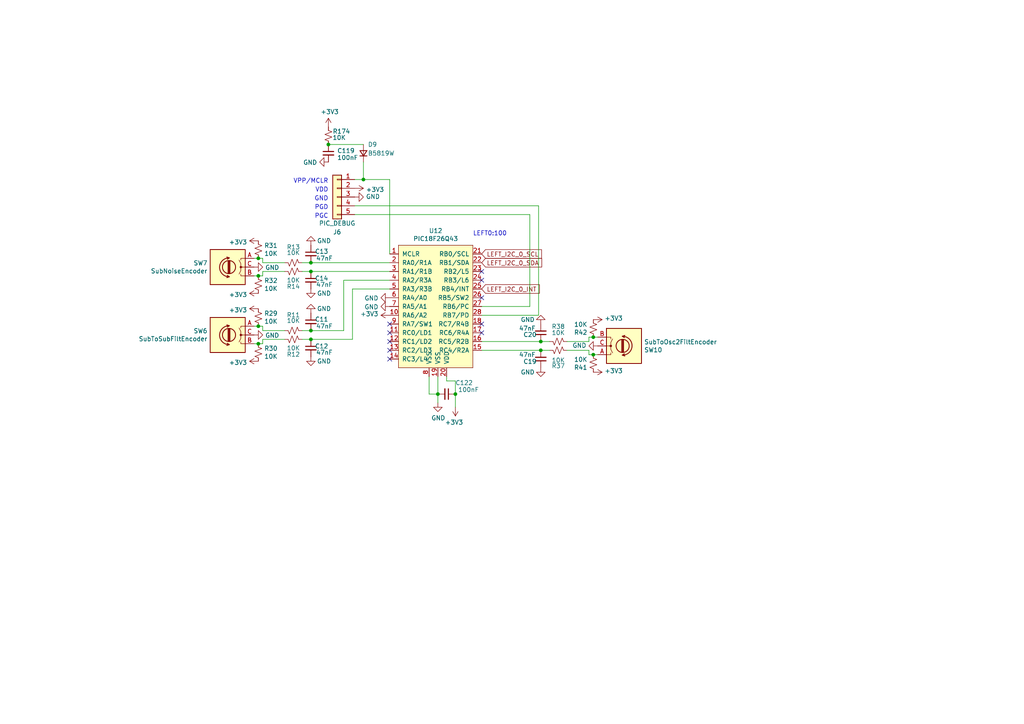
<source format=kicad_sch>
(kicad_sch (version 20210621) (generator eeschema)
  (paper "A4")
  (lib_symbols
    (symbol "Connector_Generic:Conn_01x05" (pin_names (offset 1.016) hide)
      (property "Reference" "J" (at 0 7.62 0))
      (property "Value" "Conn_01x05" (at 0 -7.62 0))
      (symbol "Conn_01x05_1_1"
        (rectangle (start -1.27 -4.953) (end 0 -5.207) (stroke (width 0.1524)))
        (rectangle (start -1.27 -2.413) (end 0 -2.667) (stroke (width 0.1524)))
        (rectangle (start -1.27 0.127) (end 0 -0.127) (stroke (width 0.1524)))
        (rectangle (start -1.27 2.667) (end 0 2.413) (stroke (width 0.1524)))
        (rectangle (start -1.27 5.207) (end 0 4.953) (stroke (width 0.1524)))
        (rectangle (start -1.27 6.35) (end 1.27 -6.35) (stroke (width 0.254)) (fill (type background)))
        (pin passive line (at -5.08 5.08 0) (length 3.81) (name "Pin_1") (number "1"))
        (pin passive line (at -5.08 2.54 0) (length 3.81) (name "Pin_2") (number "2"))
        (pin passive line (at -5.08 0 0) (length 3.81) (name "Pin_3") (number "3"))
        (pin passive line (at -5.08 -2.54 0) (length 3.81) (name "Pin_4") (number "4"))
        (pin passive line (at -5.08 -5.08 0) (length 3.81) (name "Pin_5") (number "5"))
      )
    )
    (symbol "Device:C_Small" (pin_numbers hide) (pin_names (offset 0.254) hide)
      (property "Reference" "C" (at 0.254 1.778 0))
      (property "Value" "C_Small" (at 0.254 -2.032 0))
      (symbol "C_Small_0_1"
        (polyline (pts (xy -1.524 -0.508) (xy 1.524 -0.508)) (stroke (width 0.3302)))
        (polyline (pts (xy -1.524 0.508) (xy 1.524 0.508)) (stroke (width 0.3048)))
      )
      (symbol "C_Small_1_1"
        (pin passive line (at 0 2.54 270) (length 2.032) (name "~") (number "1"))
        (pin passive line (at 0 -2.54 90) (length 2.032) (name "~") (number "2"))
      )
    )
    (symbol "Device:D_Small" (pin_numbers hide) (pin_names (offset 0.254) hide)
      (property "Reference" "D" (at -1.27 2.032 0))
      (property "Value" "D_Small" (at -3.81 -2.032 0))
      (symbol "D_Small_0_1"
        (polyline (pts (xy -0.762 -1.016) (xy -0.762 1.016)) (stroke (width 0.254)))
        (polyline (pts (xy -0.762 0) (xy 0.762 0)))
        (polyline (pts (xy 0.762 -1.016) (xy -0.762 0) (xy 0.762 1.016) (xy 0.762 -1.016)) (stroke (width 0.254)))
      )
      (symbol "D_Small_1_1"
        (pin passive line (at -2.54 0 0) (length 1.778) (name "K") (number "1"))
        (pin passive line (at 2.54 0 180) (length 1.778) (name "A") (number "2"))
      )
    )
    (symbol "Device:R_Small_US" (pin_numbers hide) (pin_names (offset 0.254) hide)
      (property "Reference" "R" (at 0.762 0.508 0))
      (property "Value" "R_Small_US" (at 0.762 -1.016 0))
      (symbol "R_Small_US_1_1"
        (polyline (pts (xy 0 0) (xy 1.016 -0.381) (xy 0 -0.762) (xy -1.016 -1.143) (xy 0 -1.524)))
        (polyline (pts (xy 0 1.524) (xy 1.016 1.143) (xy 0 0.762) (xy -1.016 0.381) (xy 0 0)))
        (pin passive line (at 0 2.54 270) (length 1.016) (name "~") (number "1"))
        (pin passive line (at 0 -2.54 90) (length 1.016) (name "~") (number "2"))
      )
    )
    (symbol "Device:RotaryEncoder" (pin_names (offset 0.254) hide)
      (property "Reference" "SW" (at 0 6.604 0))
      (property "Value" "RotaryEncoder" (at 0 -6.604 0))
      (symbol "RotaryEncoder_0_1"
        (arc (start -0.381 -2.794) (end -0.381 2.667) (radius (at -0.381 -0.0508) (length 2.7432) (angles -89.9 89.9)) (stroke (width 0.254)))
        (circle (center -0.381 0) (radius 1.905) (stroke (width 0.254)))
        (circle (center -3.81 0) (radius 0.254) (fill (type outline)))
        (rectangle (start -5.08 5.08) (end 5.08 -5.08) (stroke (width 0.254)) (fill (type background)))
        (polyline (pts (xy -0.635 -1.778) (xy -0.635 1.778)) (stroke (width 0.254)))
        (polyline (pts (xy -0.381 -1.778) (xy -0.381 1.778)) (stroke (width 0.254)))
        (polyline (pts (xy -0.127 1.778) (xy -0.127 -1.778)) (stroke (width 0.254)))
        (polyline (pts (xy -5.08 -2.54) (xy -3.81 -2.54) (xy -3.81 -2.032)))
        (polyline (pts (xy -5.08 2.54) (xy -3.81 2.54) (xy -3.81 2.032)))
        (polyline (pts (xy 0.254 -3.048) (xy -0.508 -2.794) (xy 0.127 -2.413)) (stroke (width 0.254)))
        (polyline (pts (xy 0.254 2.921) (xy -0.508 2.667) (xy 0.127 2.286)) (stroke (width 0.254)))
        (polyline (pts (xy -5.08 0) (xy -3.81 0) (xy -3.81 -1.016) (xy -3.302 -2.032)))
        (polyline (pts (xy -4.318 0) (xy -3.81 0) (xy -3.81 1.016) (xy -3.302 2.032)))
      )
      (symbol "RotaryEncoder_1_1"
        (pin passive line (at -7.62 2.54 0) (length 2.54) (name "A") (number "A"))
        (pin passive line (at -7.62 -2.54 0) (length 2.54) (name "B") (number "B"))
        (pin passive line (at -7.62 0 0) (length 2.54) (name "C") (number "C"))
      )
    )
    (symbol "PIC18F26Q43:PIC18F26Q43" (pin_names (offset 1.016))
      (property "Reference" "U" (at -6.35 -1.27 0))
      (property "Value" "PIC18F26Q43" (at -6.35 -3.81 0))
      (symbol "PIC18F26Q43_0_1"
        (rectangle (start -17.78 -6.35) (end 3.81 -41.91) (fill (type background)))
      )
      (symbol "PIC18F26Q43_1_1"
        (pin input line (at -20.32 -8.89 0) (length 2.54) (name "MCLR") (number "1"))
        (pin input line (at -20.32 -26.67 0) (length 2.54) (name "RA6/A2") (number "10"))
        (pin output line (at -20.32 -31.75 0) (length 2.54) (name "RC0/LD1") (number "11"))
        (pin output line (at -20.32 -34.29 0) (length 2.54) (name "RC1/LD2") (number "12"))
        (pin output line (at -20.32 -36.83 0) (length 2.54) (name "RC2/LD3") (number "13"))
        (pin output line (at -20.32 -39.37 0) (length 2.54) (name "RC3/L4") (number "14"))
        (pin input line (at 6.35 -36.83 180) (length 2.54) (name "RC4/R2A") (number "15"))
        (pin input line (at 6.35 -34.29 180) (length 2.54) (name "RC5/R2B") (number "16"))
        (pin input line (at 6.35 -31.75 180) (length 2.54) (name "RC6/R4A") (number "17"))
        (pin input line (at 6.35 -29.21 180) (length 2.54) (name "RC7/R4B") (number "18"))
        (pin power_in line (at -6.35 -44.45 90) (length 2.54) (name "VSS") (number "19"))
        (pin input line (at -20.32 -11.43 0) (length 2.54) (name "RA0/R1A") (number "2"))
        (pin power_in line (at -3.81 -44.45 90) (length 2.54) (name "VDD") (number "20"))
        (pin input line (at 6.35 -8.89 180) (length 2.54) (name "RB0/SCL") (number "21"))
        (pin bidirectional line (at 6.35 -11.43 180) (length 2.54) (name "RB1/SDA") (number "22"))
        (pin output line (at 6.35 -13.97 180) (length 2.54) (name "RB2/L5") (number "23"))
        (pin output line (at 6.35 -16.51 180) (length 2.54) (name "RB3/L6") (number "24"))
        (pin bidirectional line (at 6.35 -19.05 180) (length 2.54) (name "RB4/INT") (number "25"))
        (pin output line (at 6.35 -21.59 180) (length 2.54) (name "RB5/SW2") (number "26"))
        (pin input line (at 6.35 -24.13 180) (length 2.54) (name "RB6/PC") (number "27"))
        (pin input line (at 6.35 -26.67 180) (length 2.54) (name "RB7/PD") (number "28"))
        (pin input line (at -20.32 -13.97 0) (length 2.54) (name "RA1/R1B") (number "3"))
        (pin input line (at -20.32 -16.51 0) (length 2.54) (name "RA2/R3A") (number "4"))
        (pin input line (at -20.32 -19.05 0) (length 2.54) (name "RA3/R3B") (number "5"))
        (pin input line (at -20.32 -21.59 0) (length 2.54) (name "RA4/A0") (number "6"))
        (pin input line (at -20.32 -24.13 0) (length 2.54) (name "RA5/A1") (number "7"))
        (pin power_in line (at -8.89 -44.45 90) (length 2.54) (name "VSS") (number "8"))
        (pin input line (at -20.32 -29.21 0) (length 2.54) (name "RA7/SW1") (number "9"))
      )
    )
    (symbol "power:+3.3V" (power) (pin_names (offset 0))
      (property "Value" "+3.3V" (at 0 3.556 0))
      (symbol "+3.3V_0_1"
        (polyline (pts (xy -0.762 1.27) (xy 0 2.54)))
        (polyline (pts (xy 0 0) (xy 0 2.54)))
        (polyline (pts (xy 0 2.54) (xy 0.762 1.27)))
      )
      (symbol "+3.3V_1_1"
        (pin power_in line (at 0 0 90) (length 0) hide (name "+3V3") (number "1"))
      )
    )
    (symbol "power:GND" (power) (pin_names (offset 0))
      (property "Value" "GND" (at 0 -3.81 0))
      (symbol "GND_0_1"
        (polyline (pts (xy 0 0) (xy 0 -1.27) (xy 1.27 -1.27) (xy 0 -2.54) (xy -1.27 -1.27) (xy 0 -1.27)))
      )
      (symbol "GND_1_1"
        (pin power_in line (at 0 0 270) (length 0) hide (name "GND") (number "1"))
      )
    )
  )
  (junction (at 74.93 74.93))
  (junction (at 74.93 80.01))
  (junction (at 74.93 94.615))
  (junction (at 74.93 99.695))
  (junction (at 90.17 76.2))
  (junction (at 90.17 78.74))
  (junction (at 90.17 95.885))
  (junction (at 90.17 98.425))
  (junction (at 95.25 41.91))
  (junction (at 105.41 52.07))
  (junction (at 127 114.3))
  (junction (at 132.08 114.3))
  (junction (at 156.845 99.06))
  (junction (at 156.845 101.6))
  (junction (at 172.085 97.79))
  (junction (at 172.085 102.87))
  (no_connect (at 113.03 93.98))
  (no_connect (at 113.03 96.52))
  (no_connect (at 113.03 99.06))
  (no_connect (at 113.03 101.6))
  (no_connect (at 113.03 104.14))
  (no_connect (at 139.7 78.74))
  (no_connect (at 139.7 81.28))
  (no_connect (at 139.7 86.36))
  (no_connect (at 139.7 93.98))
  (no_connect (at 139.7 96.52))
  (wire (pts (xy 74.93 74.93) (xy 73.66 74.93)))
  (wire (pts (xy 74.93 80.01) (xy 73.66 80.01)))
  (wire (pts (xy 74.93 94.615) (xy 73.66 94.615)))
  (wire (pts (xy 74.93 99.695) (xy 73.66 99.695)))
  (wire (pts (xy 76.2 74.93) (xy 74.93 74.93)))
  (wire (pts (xy 76.2 74.93) (xy 76.2 76.2)))
  (wire (pts (xy 76.2 78.74) (xy 76.2 80.01)))
  (wire (pts (xy 76.2 80.01) (xy 74.93 80.01)))
  (wire (pts (xy 76.2 94.615) (xy 74.93 94.615)))
  (wire (pts (xy 76.2 94.615) (xy 76.2 95.885)))
  (wire (pts (xy 76.2 98.425) (xy 76.2 99.695)))
  (wire (pts (xy 76.2 99.695) (xy 74.93 99.695)))
  (wire (pts (xy 82.55 76.2) (xy 76.2 76.2)))
  (wire (pts (xy 82.55 78.74) (xy 76.2 78.74)))
  (wire (pts (xy 82.55 95.885) (xy 76.2 95.885)))
  (wire (pts (xy 82.55 98.425) (xy 76.2 98.425)))
  (wire (pts (xy 87.63 76.2) (xy 90.17 76.2)))
  (wire (pts (xy 87.63 78.74) (xy 90.17 78.74)))
  (wire (pts (xy 87.63 95.885) (xy 90.17 95.885)))
  (wire (pts (xy 87.63 98.425) (xy 90.17 98.425)))
  (wire (pts (xy 90.17 76.2) (xy 113.03 76.2)))
  (wire (pts (xy 90.17 78.74) (xy 113.03 78.74)))
  (wire (pts (xy 90.17 95.885) (xy 99.695 95.885)))
  (wire (pts (xy 90.17 98.425) (xy 102.235 98.425)))
  (wire (pts (xy 95.25 41.91) (xy 105.41 41.91)))
  (wire (pts (xy 99.695 81.28) (xy 113.03 81.28)))
  (wire (pts (xy 99.695 95.885) (xy 99.695 81.28)))
  (wire (pts (xy 102.235 98.425) (xy 102.235 83.82)))
  (wire (pts (xy 102.87 52.07) (xy 105.41 52.07)))
  (wire (pts (xy 102.87 59.69) (xy 156.21 59.69)))
  (wire (pts (xy 102.87 62.23) (xy 153.67 62.23)))
  (wire (pts (xy 105.41 52.07) (xy 105.41 46.99)))
  (wire (pts (xy 113.03 52.07) (xy 105.41 52.07)))
  (wire (pts (xy 113.03 52.07) (xy 113.03 73.66)))
  (wire (pts (xy 113.03 83.82) (xy 102.235 83.82)))
  (wire (pts (xy 124.46 109.22) (xy 124.46 114.3)))
  (wire (pts (xy 124.46 114.3) (xy 127 114.3)))
  (wire (pts (xy 127 109.22) (xy 127 114.3)))
  (wire (pts (xy 127 114.3) (xy 127 116.84)))
  (wire (pts (xy 129.54 109.22) (xy 129.54 110.49)))
  (wire (pts (xy 132.08 110.49) (xy 129.54 110.49)))
  (wire (pts (xy 132.08 110.49) (xy 132.08 114.3)))
  (wire (pts (xy 132.08 118.11) (xy 132.08 114.3)))
  (wire (pts (xy 139.7 99.06) (xy 156.845 99.06)))
  (wire (pts (xy 139.7 101.6) (xy 156.845 101.6)))
  (wire (pts (xy 153.67 62.23) (xy 153.67 88.9)))
  (wire (pts (xy 153.67 88.9) (xy 139.7 88.9)))
  (wire (pts (xy 156.21 59.69) (xy 156.21 91.44)))
  (wire (pts (xy 156.21 91.44) (xy 139.7 91.44)))
  (wire (pts (xy 159.385 99.06) (xy 156.845 99.06)))
  (wire (pts (xy 159.385 101.6) (xy 156.845 101.6)))
  (wire (pts (xy 164.465 99.06) (xy 170.815 99.06)))
  (wire (pts (xy 164.465 101.6) (xy 170.815 101.6)))
  (wire (pts (xy 170.815 97.79) (xy 172.085 97.79)))
  (wire (pts (xy 170.815 99.06) (xy 170.815 97.79)))
  (wire (pts (xy 170.815 102.87) (xy 170.815 101.6)))
  (wire (pts (xy 170.815 102.87) (xy 172.085 102.87)))
  (wire (pts (xy 172.085 97.79) (xy 173.355 97.79)))
  (wire (pts (xy 172.085 102.87) (xy 173.355 102.87)))
  (text "VPP/MCLR" (at 95.25 53.34 180) (effects (font (size 1.27 1.27)) (justify right bottom)))
  (text "VDD" (at 95.25 55.88 180) (effects (font (size 1.27 1.27)) (justify right bottom)))
  (text "GND" (at 95.25 58.42 180) (effects (font (size 1.27 1.27)) (justify right bottom)))
  (text "PGD" (at 95.25 60.96 180) (effects (font (size 1.27 1.27)) (justify right bottom)))
  (text "PGC" (at 95.25 63.5 180) (effects (font (size 1.27 1.27)) (justify right bottom)))
  (text "LEFT0:100" (at 137.16 68.58 0) (effects (font (size 1.27 1.27)) (justify left bottom)))
  (global_label "LEFT_I2C_0_SCL" (shape input) (at 139.7 73.66 0) (property "Intersheet References" "${INTERSHEET_REFS}" (effects hide)))
  (global_label "LEFT_I2C_0_SDA" (shape input) (at 139.7 76.2 0) (property "Intersheet References" "${INTERSHEET_REFS}" (effects hide)))
  (global_label "LEFT_I2C_0_INT" (shape input) (at 139.7 83.82 0) (property "Intersheet References" "${INTERSHEET_REFS}" (effects hide)))
  (symbol (lib_id "power:+3.3V") (at 74.93 69.85 90) (mirror x) (unit 1)
    (property "Reference" "#PWR0329" (effects hide))
    (property "Value" "+3.3V" (at 71.6788 70.231 90) (effects (justify left)))
  )
  (symbol (lib_id "power:+3.3V") (at 74.93 85.09 90) (mirror x) (unit 1)
    (property "Reference" "#PWR0331" (effects hide))
    (property "Value" "+3.3V" (at 71.6788 85.471 90) (effects (justify left)))
  )
  (symbol (lib_id "power:+3.3V") (at 74.93 89.535 90) (mirror x) (unit 1)
    (property "Reference" "#PWR0324" (effects hide))
    (property "Value" "+3.3V" (at 71.6788 89.916 90) (effects (justify left)))
  )
  (symbol (lib_id "power:+3.3V") (at 74.93 104.775 90) (mirror x) (unit 1)
    (property "Reference" "#PWR0326" (effects hide))
    (property "Value" "+3.3V" (at 71.6788 105.156 90) (effects (justify left)))
  )
  (symbol (lib_id "power:+3.3V") (at 95.25 36.83 0) (unit 1)
    (property "Reference" "#PWR0309" (effects hide))
    (property "Value" "+3.3V" (at 95.631 32.4358 0))
  )
  (symbol (lib_id "power:+3.3V") (at 102.87 54.61 270) (unit 1)
    (property "Reference" "#PWR0310" (effects hide))
    (property "Value" "+3.3V" (at 106.1212 54.991 90) (effects (justify left)))
  )
  (symbol (lib_id "power:+3.3V") (at 113.03 91.44 90) (unit 1)
    (property "Reference" "#PWR0918" (effects hide))
    (property "Value" "+3.3V" (at 109.7788 91.059 90) (effects (justify left)))
  )
  (symbol (lib_id "power:+3.3V") (at 132.08 118.11 180) (unit 1)
    (property "Reference" "#PWR0311" (effects hide))
    (property "Value" "+3.3V" (at 131.699 122.5042 0))
  )
  (symbol (lib_id "power:+3.3V") (at 172.085 92.71 270) (mirror x) (unit 1)
    (property "Reference" "#PWR0336" (effects hide))
    (property "Value" "+3.3V" (at 175.3362 92.329 90) (effects (justify left)))
  )
  (symbol (lib_id "power:+3.3V") (at 172.085 107.95 270) (mirror x) (unit 1)
    (property "Reference" "#PWR0334" (effects hide))
    (property "Value" "+3.3V" (at 175.3362 107.569 90) (effects (justify left)))
  )
  (symbol (lib_id "power:GND") (at 73.66 77.47 90) (mirror x) (unit 1)
    (property "Reference" "#PWR088" (effects hide))
    (property "Value" "GND" (at 76.9112 77.597 90) (effects (justify right)))
  )
  (symbol (lib_id "power:GND") (at 73.66 97.155 90) (mirror x) (unit 1)
    (property "Reference" "#PWR087" (effects hide))
    (property "Value" "GND" (at 76.9112 97.282 90) (effects (justify right)))
  )
  (symbol (lib_id "power:GND") (at 90.17 71.12 0) (mirror x) (unit 1)
    (property "Reference" "#PWR063" (effects hide))
    (property "Value" "GND" (at 93.98 69.85 0))
  )
  (symbol (lib_id "power:GND") (at 90.17 83.82 0) (mirror y) (unit 1)
    (property "Reference" "#PWR064" (effects hide))
    (property "Value" "GND" (at 93.98 85.09 0))
  )
  (symbol (lib_id "power:GND") (at 90.17 90.805 0) (mirror x) (unit 1)
    (property "Reference" "#PWR061" (effects hide))
    (property "Value" "GND" (at 93.98 89.535 0))
  )
  (symbol (lib_id "power:GND") (at 90.17 103.505 0) (mirror y) (unit 1)
    (property "Reference" "#PWR062" (effects hide))
    (property "Value" "GND" (at 93.98 104.775 0))
  )
  (symbol (lib_id "power:GND") (at 95.25 46.99 270) (unit 1)
    (property "Reference" "#PWR0347" (effects hide))
    (property "Value" "GND" (at 91.9988 47.117 90) (effects (justify right)))
  )
  (symbol (lib_id "power:GND") (at 102.87 57.15 90) (unit 1)
    (property "Reference" "#PWR0345" (effects hide))
    (property "Value" "GND" (at 106.1212 57.023 90) (effects (justify right)))
  )
  (symbol (lib_id "power:GND") (at 113.03 86.36 270) (unit 1)
    (property "Reference" "#PWR0919" (effects hide))
    (property "Value" "GND" (at 109.7788 86.487 90) (effects (justify right)))
  )
  (symbol (lib_id "power:GND") (at 113.03 88.9 270) (unit 1)
    (property "Reference" "#PWR0920" (effects hide))
    (property "Value" "GND" (at 109.7788 89.027 90) (effects (justify right)))
  )
  (symbol (lib_id "power:GND") (at 127 116.84 0) (unit 1)
    (property "Reference" "#PWR0239" (effects hide))
    (property "Value" "GND" (at 127.127 121.2342 0))
  )
  (symbol (lib_id "power:GND") (at 156.845 93.98 0) (mirror x) (unit 1)
    (property "Reference" "#PWR096" (effects hide))
    (property "Value" "GND" (at 153.035 92.71 0))
  )
  (symbol (lib_id "power:GND") (at 156.845 106.68 0) (mirror y) (unit 1)
    (property "Reference" "#PWR095" (effects hide))
    (property "Value" "GND" (at 153.035 107.95 0))
  )
  (symbol (lib_id "power:GND") (at 173.355 100.33 270) (mirror x) (unit 1)
    (property "Reference" "#PWR0101" (effects hide))
    (property "Value" "GND" (at 170.1038 100.203 90) (effects (justify right)))
  )
  (symbol (lib_id "Device:R_Small_US") (at 74.93 72.39 180) (unit 1)
    (property "Reference" "R31" (at 76.6318 71.2216 0) (effects (justify right)))
    (property "Value" "10K" (at 76.6318 73.533 0) (effects (justify right)))
    (property "Footprint" "Resistor_SMD:R_0402_1005Metric" (effects hide))
    (property "LCSC" "C25744" (effects hide))
  )
  (symbol (lib_id "Device:R_Small_US") (at 74.93 82.55 180) (unit 1)
    (property "Reference" "R32" (at 76.6318 81.3816 0) (effects (justify right)))
    (property "Value" "10K" (at 76.6318 83.693 0) (effects (justify right)))
    (property "Footprint" "Resistor_SMD:R_0402_1005Metric" (effects hide))
    (property "LCSC" "C25744" (effects hide))
  )
  (symbol (lib_id "Device:R_Small_US") (at 74.93 92.075 180) (unit 1)
    (property "Reference" "R29" (at 76.6318 90.9066 0) (effects (justify right)))
    (property "Value" "10K" (at 76.6318 93.218 0) (effects (justify right)))
    (property "Footprint" "Resistor_SMD:R_0402_1005Metric" (effects hide))
    (property "LCSC" "C25744" (effects hide))
  )
  (symbol (lib_id "Device:R_Small_US") (at 74.93 102.235 180) (unit 1)
    (property "Reference" "R30" (at 76.6318 101.0666 0) (effects (justify right)))
    (property "Value" "10K" (at 76.6318 103.378 0) (effects (justify right)))
    (property "Footprint" "Resistor_SMD:R_0402_1005Metric" (effects hide))
    (property "LCSC" "C25744" (effects hide))
  )
  (symbol (lib_id "Device:R_Small_US") (at 85.09 76.2 90) (mirror x) (unit 1)
    (property "Reference" "R13" (at 85.09 72.39 90) (effects (justify bottom)))
    (property "Value" "10K" (at 85.09 73.3044 90))
    (property "Footprint" "Resistor_SMD:R_0402_1005Metric" (effects hide))
    (property "LCSC" "C25744" (effects hide))
  )
  (symbol (lib_id "Device:R_Small_US") (at 85.09 78.74 270) (mirror x) (unit 1)
    (property "Reference" "R14" (at 85.09 83.82 90) (effects (justify top)))
    (property "Value" "10K" (at 85.09 81.28 90))
    (property "Footprint" "Resistor_SMD:R_0402_1005Metric" (effects hide))
    (property "LCSC" "C25744" (effects hide))
  )
  (symbol (lib_id "Device:R_Small_US") (at 85.09 95.885 90) (mirror x) (unit 1)
    (property "Reference" "R11" (at 85.09 92.075 90) (effects (justify bottom)))
    (property "Value" "10K" (at 85.09 92.9894 90))
    (property "Footprint" "Resistor_SMD:R_0402_1005Metric" (effects hide))
    (property "LCSC" "C25744" (effects hide))
  )
  (symbol (lib_id "Device:R_Small_US") (at 85.09 98.425 270) (mirror x) (unit 1)
    (property "Reference" "R12" (at 85.09 103.505 90) (effects (justify top)))
    (property "Value" "10K" (at 85.09 100.965 90))
    (property "Footprint" "Resistor_SMD:R_0402_1005Metric" (effects hide))
    (property "LCSC" "C25744" (effects hide))
  )
  (symbol (lib_id "Device:R_Small_US") (at 95.25 39.37 180) (unit 1)
    (property "Reference" "R174" (at 101.6 38.1 0) (effects (justify left)))
    (property "Value" "10K" (at 100.33 40.64 0) (effects (justify left top)))
    (property "Footprint" "Resistor_SMD:R_0603_1608Metric" (effects hide))
    (property "LCSC" "C25804" (effects hide))
  )
  (symbol (lib_id "Device:R_Small_US") (at 161.925 99.06 90) (mirror x) (unit 1)
    (property "Reference" "R38" (at 161.925 93.98 90) (effects (justify top)))
    (property "Value" "10K" (at 161.925 96.52 90))
    (property "Footprint" "Resistor_SMD:R_0402_1005Metric" (effects hide))
    (property "LCSC" "C25744" (effects hide))
  )
  (symbol (lib_id "Device:R_Small_US") (at 161.925 101.6 270) (mirror x) (unit 1)
    (property "Reference" "R37" (at 161.925 105.41 90) (effects (justify bottom)))
    (property "Value" "10K" (at 161.925 104.4956 90))
    (property "Footprint" "Resistor_SMD:R_0402_1005Metric" (effects hide))
    (property "LCSC" "C25744" (effects hide))
  )
  (symbol (lib_id "Device:R_Small_US") (at 172.085 95.25 0) (unit 1)
    (property "Reference" "R42" (at 170.3832 96.4184 0) (effects (justify right)))
    (property "Value" "10K" (at 170.3832 94.107 0) (effects (justify right)))
    (property "Footprint" "Resistor_SMD:R_0402_1005Metric" (effects hide))
    (property "LCSC" "C25744" (effects hide))
  )
  (symbol (lib_id "Device:R_Small_US") (at 172.085 105.41 0) (unit 1)
    (property "Reference" "R41" (at 170.3832 106.5784 0) (effects (justify right)))
    (property "Value" "10K" (at 170.3832 104.267 0) (effects (justify right)))
    (property "Footprint" "Resistor_SMD:R_0402_1005Metric" (effects hide))
    (property "LCSC" "C25744" (effects hide))
  )
  (symbol (lib_id "Device:D_Small") (at 105.41 44.45 90) (unit 1)
    (property "Reference" "D9" (at 106.68 41.91 90) (effects (justify right)))
    (property "Value" "B5819W" (at 106.68 44.45 90) (effects (justify right)))
    (property "Footprint" "Diode_SMD:D_SOD-123" (effects hide))
    (property "LCSC" "C8598" (effects hide))
  )
  (symbol (lib_id "Device:C_Small") (at 90.17 73.66 0) (unit 1)
    (property "Reference" "C13" (at 95.25 73.66 0) (effects (justify right bottom)))
    (property "Value" "47nF" (at 96.52 74.93 0) (effects (justify right)))
    (property "Footprint" "Capacitor_SMD:C_0603_1608Metric" (effects hide))
    (property "LCSC" "C1622" (effects hide))
  )
  (symbol (lib_id "Device:C_Small") (at 90.17 81.28 0) (unit 1)
    (property "Reference" "C14" (at 95.25 80.01 0) (effects (justify right top)))
    (property "Value" "47nF" (at 96.52 82.55 0) (effects (justify right)))
    (property "Footprint" "Capacitor_SMD:C_0603_1608Metric" (effects hide))
    (property "LCSC" "C1622" (effects hide))
  )
  (symbol (lib_id "Device:C_Small") (at 90.17 93.345 0) (unit 1)
    (property "Reference" "C11" (at 95.25 93.345 0) (effects (justify right bottom)))
    (property "Value" "47nF" (at 96.52 94.615 0) (effects (justify right)))
    (property "Footprint" "Capacitor_SMD:C_0603_1608Metric" (effects hide))
    (property "LCSC" "C1622" (effects hide))
  )
  (symbol (lib_id "Device:C_Small") (at 90.17 100.965 0) (unit 1)
    (property "Reference" "C12" (at 95.25 99.695 0) (effects (justify right top)))
    (property "Value" "47nF" (at 96.52 102.235 0) (effects (justify right)))
    (property "Footprint" "Capacitor_SMD:C_0603_1608Metric" (effects hide))
    (property "LCSC" "C1622" (effects hide))
  )
  (symbol (lib_id "Device:C_Small") (at 95.25 44.45 0) (unit 1)
    (property "Reference" "C119" (at 97.79 44.45 0) (effects (justify left bottom)))
    (property "Value" "100nF" (at 97.79 45.72 0) (effects (justify left)))
    (property "Footprint" "Capacitor_SMD:C_0402_1005Metric" (effects hide))
    (property "LCSC" "C1525" (effects hide))
  )
  (symbol (lib_id "Device:C_Small") (at 129.54 114.3 270) (unit 1)
    (property "Reference" "C122" (at 134.62 111.76 90) (effects (justify bottom)))
    (property "Value" "100nF" (at 135.89 113.03 90))
    (property "Footprint" "Capacitor_SMD:C_0402_1005Metric" (effects hide))
    (property "LCSC" "C1525" (effects hide))
  )
  (symbol (lib_id "Device:C_Small") (at 156.845 96.52 180) (unit 1)
    (property "Reference" "C20" (at 151.765 97.79 0) (effects (justify right top)))
    (property "Value" "47nF" (at 150.495 95.25 0) (effects (justify right)))
    (property "Footprint" "Capacitor_SMD:C_0603_1608Metric" (effects hide))
    (property "LCSC" "C1622" (effects hide))
  )
  (symbol (lib_id "Device:C_Small") (at 156.845 104.14 180) (unit 1)
    (property "Reference" "C19" (at 151.765 104.14 0) (effects (justify right bottom)))
    (property "Value" "47nF" (at 150.495 102.87 0) (effects (justify right)))
    (property "Footprint" "Capacitor_SMD:C_0603_1608Metric" (effects hide))
    (property "LCSC" "C1622" (effects hide))
  )
  (symbol (lib_id "Connector_Generic:Conn_01x05") (at 97.79 57.15 0) (mirror y) (unit 1)
    (property "Reference" "J6" (at 97.79 67.31 0))
    (property "Value" "PIC_DEBUG" (at 97.79 64.77 0))
    (property "Footprint" "Connector_PinHeader_1.27mm:PinHeader_1x05_P1.27mm_Vertical" (effects hide))
  )
  (symbol (lib_id "Device:RotaryEncoder") (at 66.04 77.47 0) (mirror y) (unit 1)
    (property "Reference" "SW7" (at 60.198 76.3016 0) (effects (justify left)))
    (property "Value" "SubNoiseEncoder" (at 60.198 78.613 0) (effects (justify left)))
    (property "Footprint" "PEC11R:PEC11R-4x15F-N0024" (effects hide))
  )
  (symbol (lib_id "Device:RotaryEncoder") (at 66.04 97.155 0) (mirror y) (unit 1)
    (property "Reference" "SW6" (at 60.198 95.9866 0) (effects (justify left)))
    (property "Value" "SubToSubFiltEncoder" (at 60.198 98.298 0) (effects (justify left)))
    (property "Footprint" "PEC11R:PEC11R-4x15F-N0024" (effects hide))
  )
  (symbol (lib_id "Device:RotaryEncoder") (at 180.975 100.33 0) (mirror x) (unit 1)
    (property "Reference" "SW10" (at 186.817 101.4984 0) (effects (justify left)))
    (property "Value" "SubToOsc2FiltEncoder" (at 186.817 99.187 0) (effects (justify left)))
    (property "Footprint" "PEC11R:PEC11R-4x15F-N0024" (effects hide))
  )
  (symbol (lib_id "PIC18F26Q43:PIC18F26Q43") (at 133.35 64.77 0) (unit 1)
    (property "Reference" "U12" (at 126.365 66.929 0))
    (property "Value" "PIC18F26Q43" (at 126.365 69.2404 0))
    (property "Footprint" "Package_SO:SSOP-28_5.3x10.2mm_P0.65mm" (effects hide))
  )
)
</source>
